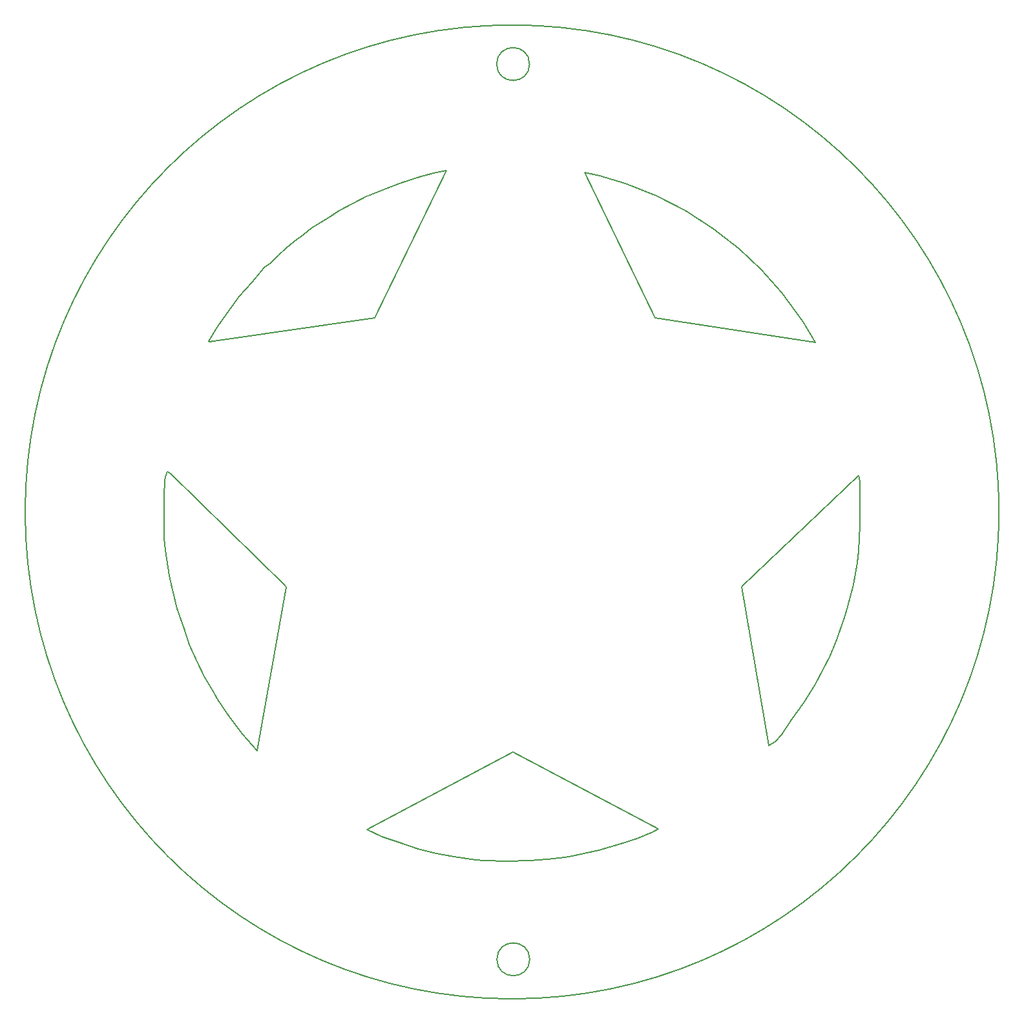
<source format=gm1>
G04 #@! TF.FileFunction,Profile,NP*
%FSLAX46Y46*%
G04 Gerber Fmt 4.6, Leading zero omitted, Abs format (unit mm)*
G04 Created by KiCad (PCBNEW 4.0.7) date 10/05/18 09:29:35*
%MOMM*%
%LPD*%
G01*
G04 APERTURE LIST*
%ADD10C,0.100000*%
%ADD11C,0.203200*%
G04 APERTURE END LIST*
D10*
D11*
X111378631Y-93450000D02*
G75*
G03X111378631Y-93450000I-2153631J0D01*
G01*
X111399709Y-210775000D02*
G75*
G03X111399709Y-210775000I-2149709J0D01*
G01*
X120525000Y-108075000D02*
X118625000Y-107700000D01*
X123950000Y-109100000D02*
X120525000Y-108075000D01*
X128000000Y-110750000D02*
X123950000Y-109100000D01*
X131775000Y-112650000D02*
X128000000Y-110750000D01*
X135450000Y-115025000D02*
X131775000Y-112650000D01*
X138825000Y-117650000D02*
X135450000Y-115025000D01*
X141725000Y-120400000D02*
X138825000Y-117650000D01*
X144450000Y-123450000D02*
X141725000Y-120400000D01*
X147250000Y-127250000D02*
X144450000Y-123450000D01*
X148825000Y-129950000D02*
X147250000Y-127250000D01*
X127875000Y-126750000D02*
X148825000Y-129950000D01*
X118625000Y-107700000D02*
X127875000Y-126750000D01*
X99150000Y-107700000D02*
X100450000Y-107450000D01*
X97200000Y-108200000D02*
X99150000Y-107700000D01*
X94525000Y-109000000D02*
X97200000Y-108200000D01*
X92400000Y-109825000D02*
X94525000Y-109000000D01*
X90225000Y-110725000D02*
X92400000Y-109825000D01*
X88200000Y-111750000D02*
X90200000Y-110725000D01*
X86425000Y-112650000D02*
X88200000Y-111750000D01*
X85125000Y-113525000D02*
X86425000Y-112650000D01*
X83675000Y-114425000D02*
X85125000Y-113525000D01*
X82775000Y-114975000D02*
X83675000Y-114425000D01*
X81750000Y-115825000D02*
X82775000Y-114975000D01*
X80525000Y-116725000D02*
X81750000Y-115825000D01*
X79500000Y-117600000D02*
X80525000Y-116725000D01*
X78500000Y-118525000D02*
X79500000Y-117600000D01*
X77450000Y-119475000D02*
X78500000Y-118525000D01*
X76650000Y-120150000D02*
X77450000Y-119475000D01*
X75000000Y-122025000D02*
X76650000Y-120150000D01*
X73325000Y-123950000D02*
X75000000Y-122025000D01*
X71350000Y-126625000D02*
X73325000Y-123950000D01*
X70350000Y-128050000D02*
X71350000Y-126625000D01*
X69475000Y-129475000D02*
X70350000Y-128050000D01*
X69325000Y-129775000D02*
X69475000Y-129475000D01*
X69400000Y-129875000D02*
X69325000Y-129775000D01*
X91050000Y-126675000D02*
X69400000Y-129875000D01*
X100450000Y-107450000D02*
X91050000Y-126675000D01*
X73750000Y-181200000D02*
X75650000Y-183400000D01*
X71975000Y-178850000D02*
X73750000Y-181200000D01*
X70550000Y-176775000D02*
X71975000Y-178850000D01*
X70025000Y-175850000D02*
X70550000Y-176775000D01*
X68775000Y-173675000D02*
X70025000Y-175850000D01*
X67825000Y-171750000D02*
X68775000Y-173675000D01*
X66800000Y-169550000D02*
X67825000Y-171750000D01*
X66100000Y-167400000D02*
X66800000Y-169550000D01*
X65225000Y-164825000D02*
X66100000Y-167400000D01*
X64625000Y-162325000D02*
X65225000Y-164825000D01*
X64200000Y-160525000D02*
X64625000Y-162325000D01*
X64025000Y-159425000D02*
X64200000Y-160525000D01*
X63700000Y-157200000D02*
X64025000Y-159425000D01*
X63525000Y-155600000D02*
X63700000Y-157200000D01*
X63475000Y-154275000D02*
X63525000Y-155600000D01*
X63475000Y-150125000D02*
X63475000Y-154275000D01*
X63600000Y-147925000D02*
X63475000Y-150125000D01*
X63725000Y-147275000D02*
X63600000Y-147925000D01*
X63900000Y-146850000D02*
X63725000Y-147275000D01*
X64300000Y-147150000D02*
X63900000Y-146850000D01*
X79400000Y-161825000D02*
X64300000Y-147150000D01*
X79500000Y-162000000D02*
X79400000Y-161825000D01*
X75675000Y-183400000D02*
X79500000Y-162000000D01*
X90075000Y-193750000D02*
X109225000Y-183575000D01*
X92025000Y-194675000D02*
X90075000Y-193750000D01*
X94350000Y-195500000D02*
X92025000Y-194675000D01*
X96750000Y-196275000D02*
X94350000Y-195500000D01*
X99150000Y-196875000D02*
X96750000Y-196275000D01*
X101500000Y-197325000D02*
X99150000Y-196875000D01*
X104275000Y-197725000D02*
X101500000Y-197325000D01*
X105575000Y-197850000D02*
X104275000Y-197725000D01*
X108375000Y-197900000D02*
X105575000Y-197850000D01*
X111450000Y-197800000D02*
X108375000Y-197900000D01*
X113700000Y-197650000D02*
X111450000Y-197800000D01*
X115275000Y-197525000D02*
X113700000Y-197650000D01*
X116575000Y-197350000D02*
X115275000Y-197525000D01*
X120500000Y-196475000D02*
X116575000Y-197350000D01*
X123375000Y-195650000D02*
X120500000Y-196475000D01*
X125425000Y-194925000D02*
X123375000Y-195650000D01*
X127500000Y-194075000D02*
X125425000Y-194925000D01*
X128250000Y-193700000D02*
X127500000Y-194075000D01*
X109250000Y-183575000D02*
X128250000Y-193700000D01*
X154650000Y-148100000D02*
X154525000Y-147375000D01*
X154700000Y-150875000D02*
X154650000Y-148100000D01*
X154700000Y-153875000D02*
X154700000Y-150875000D01*
X154525000Y-157275000D02*
X154700000Y-153875000D01*
X154350000Y-158775000D02*
X154525000Y-157275000D01*
X153800000Y-161650000D02*
X154350000Y-158775000D01*
X153050000Y-164525000D02*
X153800000Y-161650000D01*
X152625000Y-166025000D02*
X153050000Y-164525000D01*
X151575000Y-169150000D02*
X152625000Y-166025000D01*
X150675000Y-171150000D02*
X151575000Y-169150000D01*
X149875000Y-172800000D02*
X150675000Y-171150000D01*
X148825000Y-174700000D02*
X149875000Y-172800000D01*
X147325000Y-177175000D02*
X148825000Y-174700000D01*
X145700000Y-179375000D02*
X147325000Y-177175000D01*
X144400000Y-181300000D02*
X145700000Y-179375000D01*
X143575000Y-182225000D02*
X144400000Y-181300000D01*
X142750000Y-182725000D02*
X143575000Y-182225000D01*
X139150000Y-161925000D02*
X142750000Y-182725000D01*
X154500000Y-147350000D02*
X139150000Y-161925000D01*
X172902759Y-152146000D02*
G75*
G03X172902759Y-152146000I-63809759J0D01*
G01*
M02*

</source>
